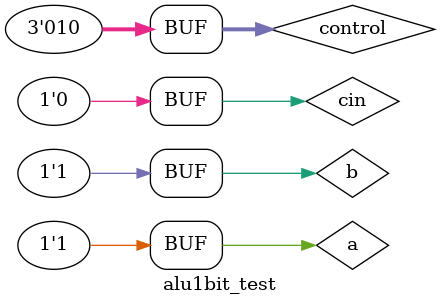
<source format=sv>

`timescale 1ns/10ps


module alu_1bit_slice(a, b, cin, co, control, out);
	//add or subtract, Cin, Cout, uses the 2 x 1 mux to determine which one
		
		input logic a, b, cin;
		input logic [2:0] control;
		output logic co, out;
		
		// First calculate all values according to control
		// Then push it through MUX8to1
		
		logic [7:0] result;
		logic [3:0] coResult;
		logic [1:0] coSelect;
		logic t1, t2, t3, t4, t5, t6, t7, t8, t9, t10;
		
		/*
		* t3 = a xor b
		* t4 = a and b
		* t5 = cin and (a xor b)
		* t6 = not a
		* t7 = (not a) and b
		* t8 = not (a xor b)
		*t10 = not b
		*/
		
		// apaprently "=" doesnt work?? just gon use or gate
		//result[0] = b;											// Pass B
		or  #50 c18 (result[0], b, 1'b0);
		
		or  #50 c24 (result[1], 1'b0, 1'b0);
		
		fullAdder f1(.a(a), .b(b), .ci(cin), .co(coResult[2]), .sum(result[2]));
		/*
		xor #50 c1 (t3, a, b);								// Sum
		xor #50 c9 (result[2], t3, cin);
		
		and #50 c10 (t4, a, b);								// Cout of sum
		and #50 c11 (t5, cin, t3);
		or  #50 c12 (coResult[2], t4, t5);				
		*/
		not #50 c24 (t10, b);
		
		fullAdder f2(.a(a), .b(t10), .ci(cin), .co(coResult[3]), .sum(result[3]));
		
		/*
		xor #50 c2 (result[3], t3, cin);					// Sub, use precalc (a xor b)
		
		not #50 c13 (t6, a);									// Cout of sub
		and #50 c14 (t7, t6, b);
		not #50 c15 (t8, t3);
		and #50 c16 (t9, t8, cin);
		or  #50 c17 (coResult[3], t7, t9);		*/		
		
		and #50 c3 (result[4], a, b);					// Bitwise and
		//result[3] = t3;
		
		or  #50 c4 (result[5], a, b); 					// Bitwise or
		
		xor #50 c5 (result[6], a, b);					// Bitwise xor
		//result[5] = t3;
		
		or  #50 c19 (result[7], 1'b0, 1'b0);
		//result[6] = 1'b0;										// will not land here
		
		or  #50 c6 (t1, control[1], control[0]);		// or control 1 and 0
		not #50 c7 (t2, control[2]);						// invert control[2]
		and #50 c8 (coSelect[1], t1, t2);				// Whether CO should matter
		
		//coSelect[0] = control[0]; 							// if cout matters, will select from sum or sub
		or  #50 c21 (coSelect[0], control[0], 1'b0);
		//coResult[0] = 1'b0;									// coSelect 1 is 0 and doesnt matter
		or  #50 c22 (coResult[0], 1'b0, 1'b0);
		//coResult[1] = 1'b0;									// coSelect 1 is 0
		or  #50 c23 (coResult[1], 1'b0, 1'b0);
	
		multiplexor8to1 m1(.in(result), .out(out), .select(control)); 
		multiplexor4to1 m2(.in(coResult), .out(co), .select(coSelect));
		
endmodule

module alu1bit_test();
	
	logic a, b, cin;
	logic [2:0] control;
	logic co, out;
	
	alu_1bit_slice al1(a, b, cin, co, control, out);

	integer i;
		
	initial begin   
		a = 1'b0; b = 1'b0; cin = 1'b0;
		control = 3'b010;
		#1000;
		a = 1'b1; b = 1'b0; cin = 1'b0;
		#1000;
		a = 1'b0; b = 1'b1; cin = 1'b0;
		#1000;
		a = 1'b1; b = 1'b1; cin = 1'b0;
		#1000;
		/*
		for (i = 0; i < 6; i++) begin
			control = i;
			#200;
		end
		a = 1'b0; b = 1'b1; cin = 1'b0;
		for (i = 0; i < 6; i++) begin
			control = i;
			#200;
		end
		a = 1'b1; b = 1'b0; cin = 1'b0;
		for (i = 0; i < 6; i++) begin
			control = i;
			#200;
		end
		a = 1'b1; b = 1'b1; cin = 1'b0;
		for (i = 0; i < 6; i++) begin
			control = i;
			#200;
		end
		
		a = 1'b0; b = 1'b0; cin = 1'b1;
		for (i = 0; i < 6; i++) begin
			control = i;
			#200;
		end
		a = 1'b0; b = 1'b1; cin = 1'b1;
		for (i = 0; i < 6; i++) begin
			control = i;
			#200;
		end
		a = 1'b1; b = 1'b0; cin = 1'b1;
		for (i = 0; i < 6; i++) begin
			control = i;
			#200;
		end
		a = 1'b1; b = 1'b1; cin = 1'b1;
		for (i = 0; i < 6; i++) begin
			control = i;
			#200;
		end*/
	end  

endmodule

</source>
